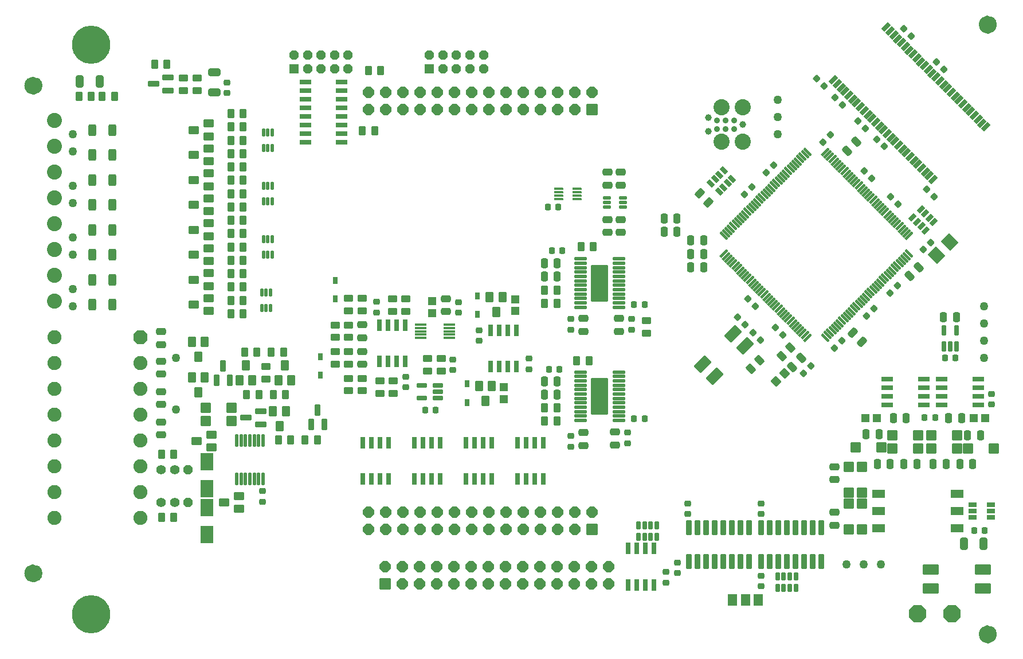
<source format=gbr>
%TF.GenerationSoftware,KiCad,Pcbnew,7.0.10-7.0.10~ubuntu22.04.1*%
%TF.CreationDate,2024-01-19T15:41:50+01:00*%
%TF.ProjectId,EEZ DIB MIO168,45455a20-4449-4422-904d-494f3136382e,r3B1*%
%TF.SameCoordinates,Original*%
%TF.FileFunction,Soldermask,Top*%
%TF.FilePolarity,Negative*%
%FSLAX46Y46*%
G04 Gerber Fmt 4.6, Leading zero omitted, Abs format (unit mm)*
G04 Created by KiCad (PCBNEW 7.0.10-7.0.10~ubuntu22.04.1) date 2024-01-19 15:41:50*
%MOMM*%
%LPD*%
G01*
G04 APERTURE LIST*
G04 Aperture macros list*
%AMRoundRect*
0 Rectangle with rounded corners*
0 $1 Rounding radius*
0 $2 $3 $4 $5 $6 $7 $8 $9 X,Y pos of 4 corners*
0 Add a 4 corners polygon primitive as box body*
4,1,4,$2,$3,$4,$5,$6,$7,$8,$9,$2,$3,0*
0 Add four circle primitives for the rounded corners*
1,1,$1+$1,$2,$3*
1,1,$1+$1,$4,$5*
1,1,$1+$1,$6,$7*
1,1,$1+$1,$8,$9*
0 Add four rect primitives between the rounded corners*
20,1,$1+$1,$2,$3,$4,$5,0*
20,1,$1+$1,$4,$5,$6,$7,0*
20,1,$1+$1,$6,$7,$8,$9,0*
20,1,$1+$1,$8,$9,$2,$3,0*%
%AMFreePoly0*
4,1,25,0.546036,1.258373,0.550938,1.253882,1.253882,0.550938,1.275910,0.503697,1.276200,0.497056,1.276200,-0.497056,1.258373,-0.546036,1.253882,-0.550938,0.550938,-1.253882,0.503697,-1.275910,0.497056,-1.276200,-0.497056,-1.276200,-0.546036,-1.258373,-0.550938,-1.253882,-1.253882,-0.550938,-1.275910,-0.503697,-1.276200,-0.497056,-1.276200,0.497056,-1.258373,0.546036,-1.253882,0.550938,
-0.550938,1.253882,-0.503697,1.275910,-0.497056,1.276200,0.497056,1.276200,0.546036,1.258373,0.546036,1.258373,$1*%
%AMFreePoly1*
4,1,25,0.359640,0.808373,0.364542,0.803882,0.803882,0.364542,0.825910,0.317301,0.826200,0.310660,0.826200,-0.310660,0.808373,-0.359640,0.803882,-0.364542,0.364542,-0.803882,0.317301,-0.825910,0.310660,-0.826200,-0.310660,-0.826200,-0.359640,-0.808373,-0.364542,-0.803882,-0.803882,-0.364542,-0.825910,-0.317301,-0.826200,-0.310660,-0.826200,0.310660,-0.808373,0.359640,-0.803882,0.364542,
-0.364542,0.803882,-0.317301,0.825910,-0.310660,0.826200,0.310660,0.826200,0.359640,0.808373,0.359640,0.808373,$1*%
%AMFreePoly2*
4,1,25,0.297508,0.658373,0.302410,0.653882,0.653882,0.302410,0.675910,0.255169,0.676200,0.248528,0.676200,-0.248528,0.658373,-0.297508,0.653882,-0.302410,0.302410,-0.653882,0.255169,-0.675910,0.248528,-0.676200,-0.248528,-0.676200,-0.297508,-0.658373,-0.302410,-0.653882,-0.653882,-0.302410,-0.675910,-0.255169,-0.676200,-0.248528,-0.676200,0.248528,-0.658373,0.297508,-0.653882,0.302410,
-0.302410,0.653882,-0.255169,0.675910,-0.248528,0.676200,0.248528,0.676200,0.297508,0.658373,0.297508,0.658373,$1*%
%AMFreePoly3*
4,1,17,0.307927,0.679901,0.679901,0.307927,0.698500,0.263026,0.698500,-0.263026,0.679901,-0.307927,0.307927,-0.679901,0.263026,-0.698500,-0.263026,-0.698500,-0.307927,-0.679901,-0.679901,-0.307927,-0.698500,-0.263026,-0.698500,0.263026,-0.679901,0.307927,-0.307927,0.679901,-0.263026,0.698500,0.263026,0.698500,0.307927,0.679901,0.307927,0.679901,$1*%
%AMFreePoly4*
4,1,17,0.355561,0.794901,0.794901,0.355561,0.813500,0.310660,0.813500,-0.310660,0.794901,-0.355561,0.355561,-0.794901,0.310660,-0.813500,-0.310660,-0.813500,-0.355561,-0.794901,-0.794901,-0.355561,-0.813500,-0.310660,-0.813500,0.310660,-0.794901,0.355561,-0.355561,0.794901,-0.310660,0.813500,0.310660,0.813500,0.355561,0.794901,0.355561,0.794901,$1*%
%AMFreePoly5*
4,1,17,0.448759,1.019901,1.019901,0.448759,1.038500,0.403858,1.038500,-0.403858,1.019901,-0.448759,0.448759,-1.019901,0.403858,-1.038500,-0.403858,-1.038500,-0.448759,-1.019901,-1.019901,-0.448759,-1.038500,-0.403858,-1.038500,0.403858,-1.019901,0.448759,-0.448759,1.019901,-0.403858,1.038500,0.403858,1.038500,0.448759,1.019901,0.448759,1.019901,$1*%
G04 Aperture macros list end*
%ADD10C,1.327913*%
%ADD11C,1.270000*%
%ADD12RoundRect,0.250000X0.262500X0.450000X-0.262500X0.450000X-0.262500X-0.450000X0.262500X-0.450000X0*%
%ADD13RoundRect,0.061553X0.301947X-0.776947X0.301947X0.776947X-0.301947X0.776947X-0.301947X-0.776947X0*%
%ADD14RoundRect,0.066675X0.200025X-0.492125X0.200025X0.492125X-0.200025X0.492125X-0.200025X-0.492125X0*%
%ADD15FreePoly0,270.000000*%
%ADD16RoundRect,0.250000X-0.312500X-0.625000X0.312500X-0.625000X0.312500X0.625000X-0.312500X0.625000X0*%
%ADD17R,0.762000X1.092200*%
%ADD18RoundRect,0.225000X0.017678X-0.335876X0.335876X-0.017678X-0.017678X0.335876X-0.335876X0.017678X0*%
%ADD19C,2.227000*%
%ADD20RoundRect,0.250000X-0.250000X-0.475000X0.250000X-0.475000X0.250000X0.475000X-0.250000X0.475000X0*%
%ADD21RoundRect,0.057252X0.706248X-0.506248X0.706248X0.506248X-0.706248X0.506248X-0.706248X-0.506248X0*%
%ADD22RoundRect,0.250000X0.450000X-0.262500X0.450000X0.262500X-0.450000X0.262500X-0.450000X-0.262500X0*%
%ADD23RoundRect,0.225000X-0.250000X0.225000X-0.250000X-0.225000X0.250000X-0.225000X0.250000X0.225000X0*%
%ADD24RoundRect,0.061553X0.776947X0.301947X-0.776947X0.301947X-0.776947X-0.301947X0.776947X-0.301947X0*%
%ADD25RoundRect,0.250000X0.250000X0.475000X-0.250000X0.475000X-0.250000X-0.475000X0.250000X-0.475000X0*%
%ADD26RoundRect,0.071581X0.753919X0.322119X-0.753919X0.322119X-0.753919X-0.322119X0.753919X-0.322119X0*%
%ADD27RoundRect,0.055408X-0.708092X-0.708092X0.708092X-0.708092X0.708092X0.708092X-0.708092X0.708092X0*%
%ADD28RoundRect,0.066675X0.492125X0.200025X-0.492125X0.200025X-0.492125X-0.200025X0.492125X-0.200025X0*%
%ADD29RoundRect,0.250000X-0.262500X-0.450000X0.262500X-0.450000X0.262500X0.450000X-0.262500X0.450000X0*%
%ADD30RoundRect,0.250000X-0.450000X0.262500X-0.450000X-0.262500X0.450000X-0.262500X0.450000X0.262500X0*%
%ADD31RoundRect,0.063703X-0.176777X0.530043X-0.530043X0.176777X0.176777X-0.530043X0.530043X-0.176777X0*%
%ADD32RoundRect,0.055408X0.708092X0.708092X-0.708092X0.708092X-0.708092X-0.708092X0.708092X-0.708092X0*%
%ADD33RoundRect,0.250000X-0.503814X-0.132583X-0.132583X-0.503814X0.503814X0.132583X0.132583X0.503814X0*%
%ADD34RoundRect,0.508000X0.000000X0.000000X0.000000X0.000000X0.000000X0.000000X0.000000X0.000000X0*%
%ADD35RoundRect,0.250000X0.475000X-0.250000X0.475000X0.250000X-0.475000X0.250000X-0.475000X-0.250000X0*%
%ADD36RoundRect,0.061553X0.501947X-0.301947X0.501947X0.301947X-0.501947X0.301947X-0.501947X-0.301947X0*%
%ADD37RoundRect,0.225000X0.250000X-0.225000X0.250000X0.225000X-0.250000X0.225000X-0.250000X-0.225000X0*%
%ADD38RoundRect,0.057252X0.506248X0.706248X-0.506248X0.706248X-0.506248X-0.706248X0.506248X-0.706248X0*%
%ADD39RoundRect,0.076200X-0.750000X-0.750000X0.750000X-0.750000X0.750000X0.750000X-0.750000X0.750000X0*%
%ADD40FreePoly1,0.000000*%
%ADD41RoundRect,0.250000X-0.475000X0.250000X-0.475000X-0.250000X0.475000X-0.250000X0.475000X0.250000X0*%
%ADD42RoundRect,0.063703X-0.600754X-0.247487X-0.247487X-0.600754X0.600754X0.247487X0.247487X0.600754X0*%
%ADD43RoundRect,0.063703X0.600754X0.247487X0.247487X0.600754X-0.600754X-0.247487X-0.247487X-0.600754X0*%
%ADD44RoundRect,0.250000X0.159099X-0.512652X0.512652X-0.159099X-0.159099X0.512652X-0.512652X0.159099X0*%
%ADD45RoundRect,0.225000X0.225000X0.250000X-0.225000X0.250000X-0.225000X-0.250000X0.225000X-0.250000X0*%
%ADD46RoundRect,0.250000X-0.512652X-0.159099X-0.159099X-0.512652X0.512652X0.159099X0.159099X0.512652X0*%
%ADD47RoundRect,0.250000X0.650000X-0.325000X0.650000X0.325000X-0.650000X0.325000X-0.650000X-0.325000X0*%
%ADD48RoundRect,0.225000X-0.017678X0.335876X-0.335876X0.017678X0.017678X-0.335876X0.335876X-0.017678X0*%
%ADD49RoundRect,0.055408X0.708092X-0.708092X0.708092X0.708092X-0.708092X0.708092X-0.708092X-0.708092X0*%
%ADD50RoundRect,0.055408X1.108092X0.708092X-1.108092X0.708092X-1.108092X-0.708092X1.108092X-0.708092X0*%
%ADD51RoundRect,0.225000X-0.335876X-0.017678X-0.017678X-0.335876X0.335876X0.017678X0.017678X0.335876X0*%
%ADD52RoundRect,0.076200X-0.600000X-0.600000X0.600000X-0.600000X0.600000X0.600000X-0.600000X0.600000X0*%
%ADD53FreePoly2,0.000000*%
%ADD54RoundRect,0.061553X-0.301947X0.776947X-0.301947X-0.776947X0.301947X-0.776947X0.301947X0.776947X0*%
%ADD55RoundRect,0.057252X0.906248X0.506248X-0.906248X0.506248X-0.906248X-0.506248X0.906248X-0.506248X0*%
%ADD56RoundRect,0.055408X-0.282843X-1.284236X1.284236X0.282843X0.282843X1.284236X-1.284236X-0.282843X0*%
%ADD57RoundRect,0.068943X0.832757X0.172357X-0.832757X0.172357X-0.832757X-0.172357X0.832757X-0.172357X0*%
%ADD58RoundRect,0.053474X1.216526X2.651626X-1.216526X2.651626X-1.216526X-2.651626X1.216526X-2.651626X0*%
%ADD59C,1.397000*%
%ADD60FreePoly3,90.000000*%
%ADD61RoundRect,0.054591X-0.859809X1.240809X-0.859809X-1.240809X0.859809X-1.240809X0.859809X1.240809X0*%
%ADD62RoundRect,0.225000X-0.225000X-0.250000X0.225000X-0.250000X0.225000X0.250000X-0.225000X0.250000X0*%
%ADD63RoundRect,0.063703X0.249797X0.499797X-0.249797X0.499797X-0.249797X-0.499797X0.249797X-0.499797X0*%
%ADD64RoundRect,0.055763X0.657737X0.757737X-0.657737X0.757737X-0.657737X-0.757737X0.657737X-0.757737X0*%
%ADD65RoundRect,0.032160X0.369840X-1.019840X0.369840X1.019840X-0.369840X1.019840X-0.369840X-1.019840X0*%
%ADD66RoundRect,0.057252X0.556248X-0.506248X0.556248X0.506248X-0.556248X0.506248X-0.556248X-0.506248X0*%
%ADD67RoundRect,0.225000X0.335876X0.017678X0.017678X0.335876X-0.335876X-0.017678X-0.017678X-0.335876X0*%
%ADD68RoundRect,0.054832X0.070711X-1.214340X1.214340X-0.070711X-0.070711X1.214340X-1.214340X0.070711X0*%
%ADD69RoundRect,0.057252X-0.556248X0.506248X-0.556248X-0.506248X0.556248X-0.506248X0.556248X0.506248X0*%
%ADD70C,5.652400*%
%ADD71RoundRect,0.250000X-0.325000X-0.650000X0.325000X-0.650000X0.325000X0.650000X-0.325000X0.650000X0*%
%ADD72RoundRect,0.071581X0.322119X-0.753919X0.322119X0.753919X-0.322119X0.753919X-0.322119X-0.753919X0*%
%ADD73RoundRect,0.076200X-0.774700X-0.114300X0.774700X-0.114300X0.774700X0.114300X-0.774700X0.114300X0*%
%ADD74RoundRect,0.063500X0.750000X0.750000X-0.750000X0.750000X-0.750000X-0.750000X0.750000X-0.750000X0*%
%ADD75FreePoly4,180.000000*%
%ADD76RoundRect,0.054591X0.859809X-1.240809X0.859809X1.240809X-0.859809X1.240809X-0.859809X-1.240809X0*%
%ADD77RoundRect,0.057252X0.506248X0.556248X-0.506248X0.556248X-0.506248X-0.556248X0.506248X-0.556248X0*%
%ADD78RoundRect,0.061383X-0.776817X-0.306917X0.776817X-0.306917X0.776817X0.306917X-0.776817X0.306917X0*%
%ADD79RoundRect,0.250000X0.325000X0.650000X-0.325000X0.650000X-0.325000X-0.650000X0.325000X-0.650000X0*%
%ADD80RoundRect,0.250000X-0.159099X0.512652X-0.512652X0.159099X0.159099X-0.512652X0.512652X-0.159099X0*%
%ADD81RoundRect,0.069233X-0.353553X-0.592933X0.592933X0.353553X0.353553X0.592933X-0.592933X-0.353553X0*%
%ADD82RoundRect,0.069233X0.592933X-0.353553X-0.353553X0.592933X-0.592933X0.353553X0.353553X-0.592933X0*%
%ADD83RoundRect,0.069233X0.353553X0.592933X-0.592933X-0.353553X-0.353553X-0.592933X0.592933X0.353553X0*%
%ADD84RoundRect,0.069233X-0.592933X0.353553X0.353553X-0.592933X0.592933X-0.353553X-0.353553X0.592933X0*%
%ADD85RoundRect,0.057252X-0.506248X-0.706248X0.506248X-0.706248X0.506248X0.706248X-0.506248X0.706248X0*%
%ADD86RoundRect,0.063703X0.530043X0.176777X0.176777X0.530043X-0.530043X-0.176777X-0.176777X-0.530043X0*%
%ADD87RoundRect,0.062345X0.280555X-0.661555X0.280555X0.661555X-0.280555X0.661555X-0.280555X-0.661555X0*%
%ADD88RoundRect,0.063703X-0.249797X-0.499797X0.249797X-0.499797X0.249797X0.499797X-0.249797X0.499797X0*%
%ADD89RoundRect,0.057252X-0.506248X-0.556248X0.506248X-0.556248X0.506248X0.556248X-0.506248X0.556248X0*%
%ADD90RoundRect,0.062345X0.661555X0.280555X-0.661555X0.280555X-0.661555X-0.280555X0.661555X-0.280555X0*%
%ADD91RoundRect,0.250000X-0.132583X0.503814X-0.503814X0.132583X0.132583X-0.503814X0.503814X-0.132583X0*%
%ADD92FreePoly5,180.000000*%
%ADD93C,2.077000*%
%ADD94RoundRect,0.057252X0.035355X-0.751298X0.751298X-0.035355X-0.035355X0.751298X-0.751298X0.035355X0*%
%ADD95RoundRect,0.068943X-0.172357X0.832757X-0.172357X-0.832757X0.172357X-0.832757X0.172357X0.832757X0*%
%ADD96C,2.387600*%
%ADD97C,0.990600*%
%ADD98RoundRect,0.457200X0.000000X0.000000X0.000000X0.000000X0.000000X0.000000X0.000000X0.000000X0*%
%ADD99RoundRect,0.250000X0.132583X-0.503814X0.503814X-0.132583X-0.132583X0.503814X-0.503814X0.132583X0*%
%ADD100RoundRect,0.076200X0.571500X0.114300X-0.571500X0.114300X-0.571500X-0.114300X0.571500X-0.114300X0*%
G04 APERTURE END LIST*
%TO.C,FM4*%
D10*
X219663956Y-150000000D02*
G75*
G03*
X218336044Y-150000000I-663956J0D01*
G01*
X218336044Y-150000000D02*
G75*
G03*
X219663956Y-150000000I663956J0D01*
G01*
%TO.C,FM3*%
X219663956Y-60000000D02*
G75*
G03*
X218336044Y-60000000I-663956J0D01*
G01*
X218336044Y-60000000D02*
G75*
G03*
X219663956Y-60000000I663956J0D01*
G01*
%TO.C,FM2*%
X78663956Y-141000000D02*
G75*
G03*
X77336044Y-141000000I-663956J0D01*
G01*
X77336044Y-141000000D02*
G75*
G03*
X78663956Y-141000000I663956J0D01*
G01*
%TO.C,FM1*%
X78663956Y-69000000D02*
G75*
G03*
X77336044Y-69000000I-663956J0D01*
G01*
X77336044Y-69000000D02*
G75*
G03*
X78663956Y-69000000I663956J0D01*
G01*
%TD*%
D11*
%TO.C,TP12*%
X99060000Y-116840000D03*
%TD*%
%TO.C,TP11*%
X99060000Y-109220000D03*
%TD*%
%TO.C,TP20*%
X83820000Y-101600000D03*
%TD*%
%TO.C,TP19*%
X83820000Y-99060000D03*
%TD*%
%TO.C,TP18*%
X83820000Y-93980000D03*
%TD*%
%TO.C,TP17*%
X83820000Y-91440000D03*
%TD*%
%TO.C,TP16*%
X83820000Y-86360000D03*
%TD*%
%TO.C,TP15*%
X83820000Y-83820000D03*
%TD*%
%TO.C,TP14*%
X83820000Y-78740000D03*
%TD*%
%TO.C,TP13*%
X83820000Y-76200000D03*
%TD*%
%TO.C,TP3*%
X203200000Y-139700000D03*
%TD*%
%TO.C,TP10*%
X187960000Y-76200000D03*
%TD*%
%TO.C,TP9*%
X187960000Y-73660000D03*
%TD*%
%TO.C,TP8*%
X187960000Y-71120000D03*
%TD*%
%TO.C,TP1*%
X198120000Y-139700000D03*
%TD*%
%TO.C,TP2*%
X200660000Y-139700000D03*
%TD*%
%TO.C,TP4*%
X218440000Y-101600000D03*
%TD*%
%TO.C,TP6*%
X218440000Y-106680000D03*
%TD*%
%TO.C,TP5*%
X218440000Y-104140000D03*
%TD*%
D12*
%TO.C,R2*%
X86574000Y-70548500D03*
X84749000Y-70548500D03*
%TD*%
%TO.C,R1*%
X90003000Y-70548500D03*
X88178000Y-70548500D03*
%TD*%
D13*
%TO.C,IC17*%
X134244000Y-127096500D03*
X135514000Y-127096500D03*
X136784000Y-127096500D03*
X138054000Y-127096500D03*
X138054000Y-121696500D03*
X136784000Y-121696500D03*
X135514000Y-121696500D03*
X134244000Y-121696500D03*
%TD*%
D14*
%TO.C,Q1*%
X111998600Y-78234000D03*
X112648600Y-78234000D03*
X113298600Y-78234000D03*
X113298600Y-75897200D03*
X112648600Y-75897200D03*
X111998600Y-75897200D03*
%TD*%
D12*
%TO.C,R8*%
X160106600Y-109577600D03*
X158281600Y-109577600D03*
%TD*%
D15*
%TO.C,J1*%
X213677100Y-146915600D03*
X208597100Y-146915600D03*
%TD*%
D16*
%TO.C,R34*%
X86739000Y-97663000D03*
X89664000Y-97663000D03*
%TD*%
D12*
%TO.C,R60*%
X119974600Y-121261600D03*
X118149600Y-121261600D03*
%TD*%
D17*
%TO.C,TVS1*%
X143637000Y-100027200D03*
X143637000Y-102745000D03*
%TD*%
D12*
%TO.C,R47*%
X108989100Y-96750600D03*
X107164100Y-96750600D03*
%TD*%
D18*
%TO.C,C36*%
X209446092Y-93234608D03*
X210542108Y-92138592D03*
%TD*%
D19*
%TO.C,X4*%
X81100000Y-100835000D03*
X81100000Y-97025000D03*
X81100000Y-93215000D03*
X81100000Y-89405000D03*
X81100000Y-85595000D03*
X81100000Y-81785000D03*
X81100000Y-77975000D03*
X81100000Y-74165000D03*
%TD*%
D20*
%TO.C,C9*%
X210949100Y-124881100D03*
X212849100Y-124881100D03*
%TD*%
D21*
%TO.C,D20*%
X103906100Y-94906600D03*
X103906100Y-93006600D03*
X101706100Y-93956600D03*
%TD*%
D22*
%TO.C,R16*%
X133032100Y-102298600D03*
X133032100Y-100473600D03*
%TD*%
D23*
%TO.C,C20*%
X173164100Y-139409600D03*
X173164100Y-140959600D03*
%TD*%
D12*
%TO.C,R45*%
X108989100Y-92813600D03*
X107164100Y-92813600D03*
%TD*%
D24*
%TO.C,IC4*%
X217583600Y-116176600D03*
X217583600Y-114906600D03*
X217583600Y-113636600D03*
X217583600Y-112366600D03*
X212183600Y-112366600D03*
X212183600Y-113636600D03*
X212183600Y-114906600D03*
X212183600Y-116176600D03*
%TD*%
D25*
%TO.C,C87*%
X177035100Y-91861100D03*
X175135100Y-91861100D03*
%TD*%
D26*
%TO.C,Q10*%
X111569100Y-118988300D03*
X111569100Y-117057900D03*
X109410100Y-118023100D03*
%TD*%
D23*
%TO.C,C56*%
X165798100Y-120219900D03*
X165798100Y-121769900D03*
%TD*%
D27*
%TO.C,D5*%
X208719500Y-122555000D03*
X204919500Y-122555000D03*
%TD*%
D21*
%TO.C,D17*%
X103906100Y-83857600D03*
X103906100Y-81957600D03*
X101706100Y-82907600D03*
%TD*%
D28*
%TO.C,Q5*%
X165086900Y-86897700D03*
X165086900Y-86247700D03*
X165086900Y-85597700D03*
X162750100Y-85597700D03*
X162750100Y-86247700D03*
X162750100Y-86897700D03*
%TD*%
D12*
%TO.C,R49*%
X108989100Y-100687600D03*
X107164100Y-100687600D03*
%TD*%
D29*
%TO.C,R38*%
X107164100Y-79034100D03*
X108989100Y-79034100D03*
%TD*%
%TO.C,R44*%
X107164100Y-90845100D03*
X108989100Y-90845100D03*
%TD*%
D30*
%TO.C,R56*%
X112343800Y-110506600D03*
X112343800Y-112331600D03*
%TD*%
D23*
%TO.C,C58*%
X157416100Y-103468600D03*
X157416100Y-105018600D03*
%TD*%
D25*
%TO.C,C7*%
X208531100Y-124817600D03*
X206631100Y-124817600D03*
%TD*%
D31*
%TO.C,RN4*%
X179994653Y-81542465D03*
X179358257Y-82178861D03*
X178721861Y-82815257D03*
X178085465Y-83451653D03*
X179287547Y-84653735D03*
X179923943Y-84017339D03*
X180560339Y-83380943D03*
X181196735Y-82744547D03*
%TD*%
D32*
%TO.C,D8*%
X210634100Y-122555000D03*
X214434100Y-122555000D03*
%TD*%
D16*
%TO.C,R32*%
X86739000Y-82931000D03*
X89664000Y-82931000D03*
%TD*%
D33*
%TO.C,R4*%
X176455865Y-84929365D03*
X177746335Y-86219835D03*
%TD*%
D16*
%TO.C,R27*%
X86739000Y-79248000D03*
X89664000Y-79248000D03*
%TD*%
D34*
%TO.C,FM4*%
X219000000Y-150000000D03*
%TD*%
D35*
%TO.C,C4*%
X196341600Y-127164600D03*
X196341600Y-125264600D03*
%TD*%
D36*
%TO.C,IC1*%
X216747100Y-130852600D03*
X216747100Y-131802600D03*
X216747100Y-132752596D03*
X219497100Y-132752596D03*
X219497100Y-131802600D03*
X219497100Y-130852600D03*
%TD*%
D35*
%TO.C,C68*%
X96837100Y-107225600D03*
X96837100Y-105325600D03*
%TD*%
D25*
%TO.C,C89*%
X173098100Y-88622600D03*
X171198100Y-88622600D03*
%TD*%
D35*
%TO.C,C62*%
X159258000Y-105280500D03*
X159258000Y-103380500D03*
%TD*%
D37*
%TO.C,C70*%
X139954000Y-110987600D03*
X139954000Y-109437600D03*
%TD*%
D38*
%TO.C,D11*%
X147317100Y-100222600D03*
X145417100Y-100222600D03*
X146367100Y-102422600D03*
%TD*%
D39*
%TO.C,X1*%
X129980000Y-142540000D03*
D40*
X129980000Y-140000000D03*
X132520000Y-142540000D03*
X132520000Y-140000000D03*
X135060000Y-142540000D03*
X135060000Y-140000000D03*
X137600000Y-142540000D03*
X137600000Y-140000000D03*
X140140000Y-142540000D03*
X140140000Y-140000000D03*
X142680000Y-142540000D03*
X142680000Y-140000000D03*
X145220000Y-142540000D03*
X145220000Y-140000000D03*
X147760000Y-142540000D03*
X147760000Y-140000000D03*
X150300000Y-142540000D03*
X150300000Y-140000000D03*
X152840000Y-142540000D03*
X152840000Y-140000000D03*
X155380000Y-142540000D03*
X155380000Y-140000000D03*
X157920000Y-142540000D03*
X157920000Y-140000000D03*
X160460000Y-142540000D03*
X160460000Y-140000000D03*
X163000000Y-142540000D03*
X163000000Y-140000000D03*
%TD*%
D34*
%TO.C,FM3*%
X219000000Y-60000000D03*
%TD*%
D41*
%TO.C,C71*%
X138937600Y-100436100D03*
X138937600Y-102336100D03*
%TD*%
D29*
%TO.C,R57*%
X109196100Y-108307600D03*
X111021100Y-108307600D03*
%TD*%
D37*
%TO.C,C69*%
X140779100Y-102542100D03*
X140779100Y-100992100D03*
%TD*%
D23*
%TO.C,C21*%
X174688100Y-130710100D03*
X174688100Y-132260100D03*
%TD*%
D42*
%TO.C,IC10*%
X196209947Y-68164732D03*
X196775632Y-68730418D03*
X197341317Y-69296103D03*
X197907003Y-69861789D03*
X198472688Y-70427474D03*
X199038374Y-70993160D03*
X199604059Y-71558845D03*
X200169745Y-72124530D03*
X200735430Y-72690216D03*
X201301115Y-73255901D03*
X201866801Y-73821587D03*
X202432486Y-74387272D03*
X202998172Y-74952958D03*
X203563857Y-75518643D03*
X204129542Y-76084328D03*
X204695228Y-76650014D03*
X205260913Y-77215699D03*
X205826599Y-77781385D03*
X206392284Y-78347070D03*
X206957970Y-78912755D03*
X207523655Y-79478441D03*
X208089340Y-80044126D03*
X208655026Y-80609812D03*
X209220711Y-81175497D03*
X209786397Y-81741183D03*
X210352082Y-82306868D03*
X210917768Y-82872553D03*
D43*
X218699053Y-75091268D03*
X218133368Y-74525582D03*
X217567683Y-73959897D03*
X217001997Y-73394211D03*
X216436312Y-72828526D03*
X215870626Y-72262840D03*
X215304941Y-71697155D03*
X214739255Y-71131470D03*
X214173570Y-70565784D03*
X213607885Y-70000099D03*
X213042199Y-69434413D03*
X212476514Y-68868728D03*
X211910828Y-68303042D03*
X211345143Y-67737357D03*
X210779458Y-67171672D03*
X210213772Y-66605986D03*
X209648087Y-66040301D03*
X209082401Y-65474615D03*
X208516716Y-64908930D03*
X207951030Y-64343245D03*
X207385345Y-63777559D03*
X206819660Y-63211874D03*
X206253974Y-62646188D03*
X205688289Y-62080503D03*
X205122603Y-61514817D03*
X204556918Y-60949132D03*
X203991232Y-60383447D03*
%TD*%
D29*
%TO.C,R12*%
X153519100Y-118531100D03*
X155344100Y-118531100D03*
%TD*%
D44*
%TO.C,C33*%
X207417749Y-97128251D03*
X208761251Y-95784749D03*
%TD*%
D20*
%TO.C,C11*%
X201043100Y-120436100D03*
X202943100Y-120436100D03*
%TD*%
D22*
%TO.C,R23*%
X126555100Y-102235100D03*
X126555100Y-100410100D03*
%TD*%
D16*
%TO.C,R28*%
X86739000Y-86614000D03*
X89664000Y-86614000D03*
%TD*%
D14*
%TO.C,Q2*%
X111998600Y-86108000D03*
X112648600Y-86108000D03*
X113298600Y-86108000D03*
X113298600Y-83771200D03*
X112648600Y-83771200D03*
X111998600Y-83771200D03*
%TD*%
D45*
%TO.C,C59*%
X155715000Y-110871000D03*
X154165000Y-110871000D03*
%TD*%
D35*
%TO.C,C54*%
X163957000Y-122044500D03*
X163957000Y-120144500D03*
%TD*%
D29*
%TO.C,R58*%
X114212600Y-121261600D03*
X116037600Y-121261600D03*
%TD*%
D46*
%TO.C,C90*%
X199035349Y-105476849D03*
X200378851Y-106820351D03*
%TD*%
D47*
%TO.C,C83*%
X104711500Y-69991500D03*
X104711500Y-67041500D03*
%TD*%
D13*
%TO.C,IC20*%
X149484000Y-127096500D03*
X150754000Y-127096500D03*
X152024000Y-127096500D03*
X153294000Y-127096500D03*
X153294000Y-121696500D03*
X152024000Y-121696500D03*
X150754000Y-121696500D03*
X149484000Y-121696500D03*
%TD*%
D30*
%TO.C,R17*%
X124586600Y-112221100D03*
X124586600Y-114046100D03*
%TD*%
D48*
%TO.C,C24*%
X192851008Y-110375792D03*
X191754992Y-111471808D03*
%TD*%
D23*
%TO.C,C50*%
X133032100Y-111977600D03*
X133032100Y-113527600D03*
%TD*%
D35*
%TO.C,C67*%
X96837100Y-111607100D03*
X96837100Y-109707100D03*
%TD*%
D21*
%TO.C,D16*%
X103906100Y-80174600D03*
X103906100Y-78274600D03*
X101706100Y-79224600D03*
%TD*%
D49*
%TO.C,D3*%
X200405600Y-130728100D03*
X200405600Y-134528100D03*
%TD*%
D25*
%TO.C,C13*%
X206943600Y-118086600D03*
X205043600Y-118086600D03*
%TD*%
D12*
%TO.C,R64*%
X128420100Y-75630500D03*
X126595100Y-75630500D03*
%TD*%
D50*
%TO.C,L1*%
X210589100Y-140465600D03*
X210589100Y-143205600D03*
X218289100Y-143205600D03*
X218289100Y-140465600D03*
%TD*%
D23*
%TO.C,C18*%
X171449600Y-140806600D03*
X171449600Y-142356600D03*
%TD*%
D16*
%TO.C,R30*%
X86739000Y-101346000D03*
X89664000Y-101346000D03*
%TD*%
D18*
%TO.C,C38*%
X186268592Y-81868108D03*
X187364608Y-80772092D03*
%TD*%
D21*
%TO.C,D19*%
X103906100Y-91223600D03*
X103906100Y-89323600D03*
X101706100Y-90273600D03*
%TD*%
D20*
%TO.C,C15*%
X212473500Y-103187500D03*
X214373500Y-103187500D03*
%TD*%
%TO.C,C65*%
X153481600Y-97195100D03*
X155381600Y-97195100D03*
%TD*%
D35*
%TO.C,C64*%
X159258000Y-122108000D03*
X159258000Y-120208000D03*
%TD*%
D23*
%TO.C,C55*%
X166369600Y-103468600D03*
X166369600Y-105018600D03*
%TD*%
D51*
%TO.C,C43*%
X196405500Y-70739000D03*
X197501516Y-71835016D03*
%TD*%
D29*
%TO.C,R10*%
X153519100Y-101132100D03*
X155344100Y-101132100D03*
%TD*%
D24*
%TO.C,IC3*%
X209519100Y-116113100D03*
X209519100Y-114843100D03*
X209519100Y-113573100D03*
X209519100Y-112303100D03*
X204119100Y-112303100D03*
X204119100Y-113573100D03*
X204119100Y-114843100D03*
X204119100Y-116113100D03*
%TD*%
D52*
%TO.C,X7*%
X136500000Y-66500000D03*
D53*
X136500000Y-64500000D03*
X138500000Y-66500000D03*
X138500000Y-64500000D03*
X140500000Y-66500000D03*
X140500000Y-64500000D03*
X142500000Y-66500000D03*
X142500000Y-64500000D03*
X144500000Y-66500000D03*
X144500000Y-64500000D03*
%TD*%
D30*
%TO.C,R25*%
X124586600Y-100410100D03*
X124586600Y-102235100D03*
%TD*%
D12*
%TO.C,R35*%
X108989100Y-73128600D03*
X107164100Y-73128600D03*
%TD*%
D29*
%TO.C,R42*%
X107164100Y-86908100D03*
X108989100Y-86908100D03*
%TD*%
D54*
%TO.C,IC5*%
X169666600Y-137332200D03*
X168396600Y-137332200D03*
X167126600Y-137332200D03*
X165856600Y-137332200D03*
X165856600Y-142732200D03*
X167126600Y-142732200D03*
X168396600Y-142732200D03*
X169666600Y-142732200D03*
%TD*%
D55*
%TO.C,TR1*%
X214460600Y-134342600D03*
X214460600Y-131802600D03*
X214460600Y-129262600D03*
X202860600Y-129262600D03*
X202860600Y-131802600D03*
X202860600Y-134342600D03*
%TD*%
D30*
%TO.C,R13*%
X138239100Y-109300100D03*
X138239100Y-111125100D03*
%TD*%
D32*
%TO.C,D26*%
X103446100Y-118531100D03*
X107246100Y-118531100D03*
%TD*%
D25*
%TO.C,C85*%
X177035100Y-95798100D03*
X175135100Y-95798100D03*
%TD*%
D30*
%TO.C,R26*%
X122618100Y-108284100D03*
X122618100Y-110109100D03*
%TD*%
D35*
%TO.C,C76*%
X96837100Y-120560600D03*
X96837100Y-118660600D03*
%TD*%
D16*
%TO.C,R31*%
X86739000Y-75565000D03*
X89664000Y-75565000D03*
%TD*%
D56*
%TO.C,Y1*%
X178678597Y-111863370D03*
X183126299Y-107415668D03*
X181365603Y-105640830D03*
X176910830Y-110095603D03*
%TD*%
D57*
%TO.C,IC13*%
X164490000Y-118423100D03*
X164490000Y-117773100D03*
X164490000Y-117123103D03*
X164490000Y-116473100D03*
X164490000Y-115823103D03*
X164490000Y-115173100D03*
X164490000Y-114523104D03*
X164490000Y-113873100D03*
X164490000Y-113223104D03*
X164490000Y-112573100D03*
X164490000Y-111923104D03*
X164490000Y-111273100D03*
X158851200Y-111273100D03*
X158851200Y-111923100D03*
X158851200Y-112573100D03*
X158851200Y-113223100D03*
X158851200Y-113873100D03*
X158851200Y-114523100D03*
X158851200Y-115173096D03*
X158851200Y-115823100D03*
X158851200Y-116473096D03*
X158851200Y-117123100D03*
X158851200Y-117773096D03*
X158851200Y-118423100D03*
D58*
X161670600Y-114848100D03*
%TD*%
D12*
%TO.C,R39*%
X108989100Y-81002600D03*
X107164100Y-81002600D03*
%TD*%
D59*
%TO.C,JP3*%
X96869100Y-130532600D03*
X98869100Y-130532600D03*
D60*
X100869100Y-130532600D03*
%TD*%
D61*
%TO.C,ZD2*%
X103631600Y-135267700D03*
X103631600Y-131305300D03*
%TD*%
D45*
%TO.C,C2*%
X218516500Y-134683500D03*
X216966500Y-134683500D03*
%TD*%
%TO.C,C39*%
X155524500Y-86931500D03*
X153974500Y-86931500D03*
%TD*%
D32*
%TO.C,D6*%
X204919100Y-120626600D03*
X208719100Y-120626600D03*
%TD*%
D51*
%TO.C,C48*%
X211414992Y-65491992D03*
X212511008Y-66588008D03*
%TD*%
D13*
%TO.C,IC18*%
X141864000Y-127096500D03*
X143134000Y-127096500D03*
X144404000Y-127096500D03*
X145674000Y-127096500D03*
X145674000Y-121696500D03*
X144404000Y-121696500D03*
X143134000Y-121696500D03*
X141864000Y-121696500D03*
%TD*%
D30*
%TO.C,R20*%
X129222100Y-112602100D03*
X129222100Y-114427100D03*
%TD*%
D22*
%TO.C,R6*%
X168592100Y-105537100D03*
X168592100Y-103712100D03*
%TD*%
D17*
%TO.C,TVS2*%
X142049500Y-113044700D03*
X142049500Y-115762500D03*
%TD*%
D45*
%TO.C,C57*%
X156159100Y-93385100D03*
X154609100Y-93385100D03*
%TD*%
D35*
%TO.C,C75*%
X96837100Y-116052100D03*
X96837100Y-114152100D03*
%TD*%
D27*
%TO.C,D25*%
X107246100Y-116586000D03*
X103446100Y-116586000D03*
%TD*%
D62*
%TO.C,C51*%
X166737600Y-101322600D03*
X168287600Y-101322600D03*
%TD*%
D21*
%TO.C,D18*%
X103906100Y-87540600D03*
X103906100Y-85640600D03*
X101706100Y-86590600D03*
%TD*%
D63*
%TO.C,RN1*%
X190643100Y-141430100D03*
X189743100Y-141430100D03*
X188843100Y-141430100D03*
X187943100Y-141430100D03*
X187943100Y-143130100D03*
X188843100Y-143130100D03*
X189743100Y-143130100D03*
X190643100Y-143130100D03*
%TD*%
D51*
%TO.C,C40*%
X182077592Y-103187592D03*
X183173608Y-104283608D03*
%TD*%
D64*
%TO.C,JP1*%
X183202500Y-144907000D03*
X181302500Y-144907000D03*
X185102500Y-144907000D03*
%TD*%
D21*
%TO.C,D15*%
X103906100Y-76491600D03*
X103906100Y-74591600D03*
X101706100Y-75541600D03*
%TD*%
D20*
%TO.C,C61*%
X153481600Y-95226600D03*
X155381600Y-95226600D03*
%TD*%
D65*
%TO.C,IC6*%
X185483100Y-139215600D03*
X186753100Y-139215600D03*
X188023100Y-139215600D03*
X189293100Y-139215600D03*
X190563100Y-139215600D03*
X191833100Y-139215600D03*
X193103100Y-139215600D03*
X194373100Y-139215600D03*
X194373100Y-134295600D03*
X193103100Y-134295600D03*
X191833100Y-134295600D03*
X190563100Y-134295600D03*
X189293100Y-134295600D03*
X188023100Y-134295600D03*
X186753100Y-134295600D03*
X185483100Y-134295600D03*
%TD*%
D30*
%TO.C,R21*%
X124586600Y-104359800D03*
X124586600Y-106184800D03*
%TD*%
D37*
%TO.C,C49*%
X128714100Y-102478600D03*
X128714100Y-100928600D03*
%TD*%
D25*
%TO.C,C12*%
X217929500Y-120586500D03*
X216029500Y-120586500D03*
%TD*%
D62*
%TO.C,C72*%
X135876600Y-116880100D03*
X137426600Y-116880100D03*
%TD*%
D17*
%TO.C,TVS4*%
X120421000Y-111711200D03*
X120421000Y-108993400D03*
%TD*%
D66*
%TO.C,L7*%
X136905600Y-102553600D03*
X136905600Y-100853600D03*
%TD*%
D16*
%TO.C,R29*%
X86739000Y-93980000D03*
X89664000Y-93980000D03*
%TD*%
D22*
%TO.C,R52*%
X100202600Y-69723100D03*
X100202600Y-67898100D03*
%TD*%
D51*
%TO.C,C37*%
X200746592Y-81597592D03*
X201842608Y-82693608D03*
%TD*%
D34*
%TO.C,FM2*%
X78000000Y-141000000D03*
%TD*%
D67*
%TO.C,C25*%
X184698008Y-101576508D03*
X183601992Y-100480492D03*
%TD*%
D68*
%TO.C,C32*%
X211417151Y-94057549D03*
X213397049Y-92077651D03*
%TD*%
D29*
%TO.C,R46*%
X107164100Y-94782100D03*
X108989100Y-94782100D03*
%TD*%
D12*
%TO.C,R7*%
X160741600Y-92750100D03*
X158916600Y-92750100D03*
%TD*%
D13*
%TO.C,IC19*%
X129100100Y-109737600D03*
X130370100Y-109737600D03*
X131640100Y-109737600D03*
X132910100Y-109737600D03*
X132910100Y-104337600D03*
X131640100Y-104337600D03*
X130370100Y-104337600D03*
X129100100Y-104337600D03*
%TD*%
D62*
%TO.C,C10*%
X212648500Y-109220000D03*
X214198500Y-109220000D03*
%TD*%
D38*
%TO.C,D12*%
X145729600Y-113303600D03*
X143829600Y-113303600D03*
X144779600Y-115503600D03*
%TD*%
D67*
%TO.C,C41*%
X185459608Y-106569608D03*
X184363592Y-105473592D03*
%TD*%
D22*
%TO.C,R19*%
X131063600Y-102298600D03*
X131063600Y-100473600D03*
%TD*%
D57*
%TO.C,IC12*%
X164490000Y-101722600D03*
X164490000Y-101072600D03*
X164490000Y-100422603D03*
X164490000Y-99772600D03*
X164490000Y-99122603D03*
X164490000Y-98472600D03*
X164490000Y-97822604D03*
X164490000Y-97172600D03*
X164490000Y-96522604D03*
X164490000Y-95872600D03*
X164490000Y-95222604D03*
X164490000Y-94572600D03*
X158851200Y-94572600D03*
X158851200Y-95222600D03*
X158851200Y-95872600D03*
X158851200Y-96522600D03*
X158851200Y-97172600D03*
X158851200Y-97822600D03*
X158851200Y-98472596D03*
X158851200Y-99122600D03*
X158851200Y-99772596D03*
X158851200Y-100422600D03*
X158851200Y-101072596D03*
X158851200Y-101722600D03*
D58*
X161670600Y-98147600D03*
%TD*%
D69*
%TO.C,L6*%
X147510100Y-113553600D03*
X147510100Y-115253600D03*
%TD*%
D32*
%TO.C,D7*%
X216095500Y-122555000D03*
X219895500Y-122555000D03*
%TD*%
D70*
%TO.C,KK1*%
X86500000Y-63000000D03*
%TD*%
D12*
%TO.C,R63*%
X129296400Y-66753200D03*
X127471400Y-66753200D03*
%TD*%
D59*
%TO.C,JP2*%
X96869100Y-125706600D03*
X98869100Y-125706600D03*
D60*
X100869100Y-125706600D03*
%TD*%
D41*
%TO.C,C82*%
X162839000Y-81805200D03*
X162839000Y-83705200D03*
%TD*%
D25*
%TO.C,C14*%
X215135100Y-118086600D03*
X213235100Y-118086600D03*
%TD*%
D22*
%TO.C,R18*%
X131190600Y-114427100D03*
X131190600Y-112602100D03*
%TD*%
D52*
%TO.C,X5*%
X116500000Y-66500000D03*
D53*
X116500000Y-64500000D03*
X118500000Y-66500000D03*
X118500000Y-64500000D03*
X120500000Y-66500000D03*
X120500000Y-64500000D03*
X122500000Y-66500000D03*
X122500000Y-64500000D03*
X124500000Y-66500000D03*
X124500000Y-64500000D03*
%TD*%
D37*
%TO.C,C81*%
X106616500Y-70117000D03*
X106616500Y-68567000D03*
%TD*%
%TO.C,C77*%
X151193100Y-110860600D03*
X151193100Y-109310600D03*
%TD*%
D71*
%TO.C,C3*%
X215441000Y-136588500D03*
X218391000Y-136588500D03*
%TD*%
D72*
%TO.C,Q9*%
X105066700Y-112498600D03*
X106997100Y-112498600D03*
X106031900Y-110339600D03*
%TD*%
D35*
%TO.C,C73*%
X126555100Y-106209600D03*
X126555100Y-104309600D03*
%TD*%
D73*
%TO.C,IC15*%
X135254600Y-104259600D03*
X135254600Y-104759600D03*
X135254600Y-105259600D03*
X135254600Y-105759600D03*
X135254600Y-106259600D03*
X139445600Y-106259600D03*
X139445600Y-105759600D03*
X139445600Y-105259600D03*
X139445600Y-104759600D03*
X139445600Y-104259600D03*
%TD*%
D62*
%TO.C,C52*%
X166737600Y-118150100D03*
X168287600Y-118150100D03*
%TD*%
D74*
%TO.C,X8*%
X160520000Y-134500000D03*
D75*
X160520000Y-131960000D03*
X157980000Y-134500000D03*
X157980000Y-131960000D03*
X155440000Y-134500000D03*
X155440000Y-131960000D03*
X152900000Y-134500000D03*
X152900000Y-131960000D03*
X150360000Y-134500000D03*
X150360000Y-131960000D03*
X147820000Y-134500000D03*
X147820000Y-131960000D03*
X145280000Y-134500000D03*
X145280000Y-131960000D03*
X142740000Y-134500000D03*
X142740000Y-131960000D03*
X140200000Y-134500000D03*
X140200000Y-131960000D03*
X137660000Y-134500000D03*
X137660000Y-131960000D03*
X135120000Y-134500000D03*
X135120000Y-131960000D03*
X132580000Y-134500000D03*
X132580000Y-131960000D03*
X130040000Y-134500000D03*
X130040000Y-131960000D03*
X127500000Y-134500000D03*
X127500000Y-131960000D03*
%TD*%
D76*
%TO.C,ZD1*%
X103631600Y-124550900D03*
X103631600Y-128513300D03*
%TD*%
D29*
%TO.C,R48*%
X107164100Y-98719100D03*
X108989100Y-98719100D03*
%TD*%
%TO.C,R40*%
X107164100Y-82971100D03*
X108989100Y-82971100D03*
%TD*%
D77*
%TO.C,L3*%
X218654600Y-118086600D03*
X216954600Y-118086600D03*
%TD*%
D12*
%TO.C,R53*%
X97749600Y-65826100D03*
X95924600Y-65826100D03*
%TD*%
D49*
%TO.C,D4*%
X200405600Y-125267100D03*
X200405600Y-129067100D03*
%TD*%
D12*
%TO.C,R54*%
X111338600Y-114594100D03*
X109513600Y-114594100D03*
%TD*%
D18*
%TO.C,C29*%
X194650992Y-77383008D03*
X195747008Y-76286992D03*
%TD*%
D35*
%TO.C,C74*%
X126555100Y-110159300D03*
X126555100Y-108259300D03*
%TD*%
D22*
%TO.C,R15*%
X122618100Y-106184800D03*
X122618100Y-104359800D03*
%TD*%
D29*
%TO.C,R61*%
X96940600Y-123420600D03*
X98765600Y-123420600D03*
%TD*%
%TO.C,R36*%
X107164100Y-75097100D03*
X108989100Y-75097100D03*
%TD*%
D49*
%TO.C,D1*%
X198437100Y-130728100D03*
X198437100Y-134528100D03*
%TD*%
D14*
%TO.C,Q4*%
X111744600Y-101856000D03*
X112394600Y-101856000D03*
X113044600Y-101856000D03*
X113044600Y-99519200D03*
X112394600Y-99519200D03*
X111744600Y-99519200D03*
%TD*%
D26*
%TO.C,IC21*%
X97916600Y-69712300D03*
X97916600Y-67781900D03*
X95757600Y-68747100D03*
%TD*%
D78*
%TO.C,IC23*%
X118173100Y-68480400D03*
X118173100Y-69750400D03*
X118173100Y-71020400D03*
X118173100Y-72290400D03*
X118173100Y-73560400D03*
X118173100Y-74830400D03*
X118173100Y-76100400D03*
X118173100Y-77370400D03*
X123557900Y-77370400D03*
X123557900Y-76100400D03*
X123557900Y-74830400D03*
X123557900Y-73560400D03*
X123557900Y-72290400D03*
X123557900Y-71020400D03*
X123557900Y-69750400D03*
X123557900Y-68480400D03*
%TD*%
D65*
%TO.C,IC7*%
X174878600Y-139215600D03*
X176148600Y-139215600D03*
X177418600Y-139215600D03*
X178688600Y-139215600D03*
X179958600Y-139215600D03*
X181228600Y-139215600D03*
X182498600Y-139215600D03*
X183768600Y-139215600D03*
X183768600Y-134295600D03*
X182498600Y-134295600D03*
X181228600Y-134295600D03*
X179958600Y-134295600D03*
X178688600Y-134295600D03*
X177418600Y-134295600D03*
X176148600Y-134295600D03*
X174878600Y-134295600D03*
%TD*%
D51*
%TO.C,C28*%
X204620092Y-85407592D03*
X205716108Y-86503608D03*
%TD*%
D29*
%TO.C,R11*%
X153519100Y-116562600D03*
X155344100Y-116562600D03*
%TD*%
D79*
%TO.C,C1*%
X87771500Y-68389500D03*
X84821500Y-68389500D03*
%TD*%
D80*
%TO.C,C31*%
X199553751Y-77306249D03*
X198210249Y-78649751D03*
%TD*%
D48*
%TO.C,C26*%
X197473808Y-106667392D03*
X196377792Y-107763408D03*
%TD*%
D37*
%TO.C,C91*%
X111823100Y-130405900D03*
X111823100Y-128855900D03*
%TD*%
D21*
%TO.C,D24*%
X108414600Y-131482600D03*
X108414600Y-129582600D03*
X106214600Y-130532600D03*
%TD*%
D51*
%TO.C,C34*%
X187640192Y-104724292D03*
X188736208Y-105820308D03*
%TD*%
D21*
%TO.C,D21*%
X103906100Y-98589600D03*
X103906100Y-96689600D03*
X101706100Y-97639600D03*
%TD*%
D23*
%TO.C,C19*%
X185483100Y-141378100D03*
X185483100Y-142928100D03*
%TD*%
D48*
%TO.C,C27*%
X205653008Y-98511992D03*
X204556992Y-99608008D03*
%TD*%
D81*
%TO.C,IC8*%
X179974406Y-93821925D03*
X180327960Y-94175479D03*
X180681513Y-94529032D03*
X181035066Y-94882585D03*
X181388620Y-95236139D03*
X181742173Y-95589692D03*
X182095726Y-95943246D03*
X182449280Y-96296799D03*
X182802833Y-96650352D03*
X183156387Y-97003906D03*
X183509940Y-97357459D03*
X183863493Y-97711013D03*
X184217047Y-98064566D03*
X184570600Y-98418119D03*
X184924154Y-98771673D03*
X185277707Y-99125226D03*
X185631260Y-99478779D03*
X185984814Y-99832333D03*
X186338367Y-100185886D03*
X186691921Y-100539440D03*
X187045474Y-100892993D03*
X187399027Y-101246546D03*
X187752581Y-101600100D03*
X188106134Y-101953653D03*
X188459687Y-102307207D03*
X188813241Y-102660760D03*
X189166794Y-103014313D03*
X189520348Y-103367867D03*
X189873901Y-103721420D03*
X190227454Y-104074974D03*
X190581008Y-104428527D03*
X190934561Y-104782080D03*
X191288115Y-105135634D03*
X191641668Y-105489187D03*
X191995221Y-105842740D03*
X192348775Y-106196294D03*
D82*
X195000425Y-106196294D03*
X195353979Y-105842740D03*
X195707532Y-105489187D03*
X196061085Y-105135634D03*
X196414639Y-104782080D03*
X196768192Y-104428527D03*
X197121746Y-104074974D03*
X197475299Y-103721420D03*
X197828852Y-103367867D03*
X198182406Y-103014313D03*
X198535959Y-102660760D03*
X198889513Y-102307207D03*
X199243066Y-101953653D03*
X199596619Y-101600100D03*
X199950173Y-101246546D03*
X200303726Y-100892993D03*
X200657279Y-100539440D03*
X201010833Y-100185886D03*
X201364386Y-99832333D03*
X201717940Y-99478779D03*
X202071493Y-99125226D03*
X202425046Y-98771673D03*
X202778600Y-98418119D03*
X203132153Y-98064566D03*
X203485707Y-97711013D03*
X203839260Y-97357459D03*
X204192813Y-97003906D03*
X204546367Y-96650352D03*
X204899920Y-96296799D03*
X205253474Y-95943246D03*
X205607027Y-95589692D03*
X205960580Y-95236139D03*
X206314134Y-94882585D03*
X206667687Y-94529032D03*
X207021240Y-94175479D03*
X207374794Y-93821925D03*
D83*
X207374794Y-91170275D03*
X207021240Y-90816721D03*
X206667687Y-90463168D03*
X206314134Y-90109615D03*
X205960580Y-89756061D03*
X205607027Y-89402508D03*
X205253474Y-89048954D03*
X204899920Y-88695401D03*
X204546367Y-88341848D03*
X204192813Y-87988294D03*
X203839260Y-87634741D03*
X203485707Y-87281187D03*
X203132153Y-86927634D03*
X202778600Y-86574081D03*
X202425046Y-86220527D03*
X202071493Y-85866974D03*
X201717940Y-85513421D03*
X201364386Y-85159867D03*
X201010833Y-84806314D03*
X200657279Y-84452760D03*
X200303726Y-84099207D03*
X199950173Y-83745654D03*
X199596619Y-83392100D03*
X199243066Y-83038547D03*
X198889513Y-82684993D03*
X198535959Y-82331440D03*
X198182406Y-81977887D03*
X197828852Y-81624333D03*
X197475299Y-81270780D03*
X197121746Y-80917226D03*
X196768192Y-80563673D03*
X196414639Y-80210120D03*
X196061085Y-79856566D03*
X195707532Y-79503013D03*
X195353979Y-79149460D03*
X195000425Y-78795906D03*
D84*
X192348775Y-78795906D03*
X191995221Y-79149460D03*
X191641668Y-79503013D03*
X191288115Y-79856566D03*
X190934561Y-80210120D03*
X190581008Y-80563673D03*
X190227454Y-80917226D03*
X189873901Y-81270780D03*
X189520348Y-81624333D03*
X189166794Y-81977887D03*
X188813241Y-82331440D03*
X188459687Y-82684993D03*
X188106134Y-83038547D03*
X187752581Y-83392100D03*
X187399027Y-83745654D03*
X187045474Y-84099207D03*
X186691921Y-84452760D03*
X186338367Y-84806314D03*
X185984814Y-85159867D03*
X185631260Y-85513421D03*
X185277707Y-85866974D03*
X184924154Y-86220527D03*
X184570600Y-86574081D03*
X184217047Y-86927634D03*
X183863493Y-87281187D03*
X183509940Y-87634741D03*
X183156387Y-87988294D03*
X182802833Y-88341848D03*
X182449280Y-88695401D03*
X182095726Y-89048954D03*
X181742173Y-89402508D03*
X181388620Y-89756061D03*
X181035066Y-90109615D03*
X180681513Y-90463168D03*
X180327960Y-90816721D03*
X179974406Y-91170275D03*
%TD*%
D85*
%TO.C,Q6*%
X108460100Y-112519100D03*
X109410100Y-110319100D03*
X110360100Y-112519100D03*
%TD*%
D29*
%TO.C,R50*%
X107164100Y-102656100D03*
X108989100Y-102656100D03*
%TD*%
D20*
%TO.C,C63*%
X153481600Y-112625600D03*
X155381600Y-112625600D03*
%TD*%
D49*
%TO.C,D2*%
X198437100Y-125267100D03*
X198437100Y-129067100D03*
%TD*%
D38*
%TO.C,D14*%
X103311600Y-112097100D03*
X101411600Y-112097100D03*
X102361600Y-114297100D03*
%TD*%
D41*
%TO.C,C84*%
X164807500Y-81805200D03*
X164807500Y-83705200D03*
%TD*%
D86*
%TO.C,RN3*%
X211014688Y-89158188D03*
X210378292Y-88521792D03*
X209741896Y-87885396D03*
X209105500Y-87249000D03*
X207903418Y-88451082D03*
X208539814Y-89087478D03*
X209176210Y-89723874D03*
X209812606Y-90360270D03*
%TD*%
D80*
%TO.C,C23*%
X191399951Y-109210649D03*
X190056449Y-110554151D03*
%TD*%
D21*
%TO.C,D23*%
X104330500Y-122423000D03*
X104330500Y-120523000D03*
X102130500Y-121473000D03*
%TD*%
D27*
%TO.C,D10*%
X214434100Y-120626600D03*
X210634100Y-120626600D03*
%TD*%
D87*
%TO.C,IC2*%
X212498500Y-107494800D03*
X213448500Y-107494800D03*
X214398500Y-107494800D03*
X214398500Y-105107200D03*
X212498500Y-105107200D03*
%TD*%
D23*
%TO.C,C78*%
X143890600Y-105119600D03*
X143890600Y-106669600D03*
%TD*%
D74*
%TO.C,X6*%
X160520000Y-72500000D03*
D75*
X160520000Y-69960000D03*
X157980000Y-72500000D03*
X157980000Y-69960000D03*
X155440000Y-72500000D03*
X155440000Y-69960000D03*
X152900000Y-72500000D03*
X152900000Y-69960000D03*
X150360000Y-72500000D03*
X150360000Y-69960000D03*
X147820000Y-72500000D03*
X147820000Y-69960000D03*
X145280000Y-72500000D03*
X145280000Y-69960000D03*
X142740000Y-72500000D03*
X142740000Y-69960000D03*
X140200000Y-72500000D03*
X140200000Y-69960000D03*
X137660000Y-72500000D03*
X137660000Y-69960000D03*
X135120000Y-72500000D03*
X135120000Y-69960000D03*
X132580000Y-72500000D03*
X132580000Y-69960000D03*
X130040000Y-72500000D03*
X130040000Y-69960000D03*
X127500000Y-72500000D03*
X127500000Y-69960000D03*
%TD*%
D88*
%TO.C,RN2*%
X167407200Y-135649800D03*
X168307200Y-135649800D03*
X169207200Y-135649800D03*
X170107200Y-135649800D03*
X170107200Y-133949800D03*
X169207200Y-133949800D03*
X168307200Y-133949800D03*
X167407200Y-133949800D03*
%TD*%
D89*
%TO.C,L2*%
X200952600Y-118086600D03*
X202652600Y-118086600D03*
%TD*%
D67*
%TO.C,C42*%
X194858008Y-69064508D03*
X193761992Y-67968492D03*
%TD*%
D90*
%TO.C,IC16*%
X137781900Y-115163100D03*
X137781900Y-114213100D03*
X137781900Y-113263100D03*
X135394300Y-113263100D03*
X135394300Y-115163100D03*
%TD*%
D91*
%TO.C,R3*%
X189811335Y-107662365D03*
X188520865Y-108952835D03*
%TD*%
D92*
%TO.C,X3*%
X93850000Y-106165000D03*
D93*
X93850000Y-109975000D03*
X93850000Y-113785000D03*
X93850000Y-117595000D03*
X93850000Y-121405000D03*
X93850000Y-125215000D03*
X93850000Y-129025000D03*
X93850000Y-132835000D03*
X81150000Y-106165000D03*
X81150000Y-109975000D03*
X81150000Y-113785000D03*
X81150000Y-117595000D03*
X81150000Y-121405000D03*
X81150000Y-125215000D03*
X81150000Y-129025000D03*
X81150000Y-132835000D03*
%TD*%
D67*
%TO.C,C47*%
X207685008Y-61698508D03*
X206588992Y-60602492D03*
%TD*%
D18*
%TO.C,C30*%
X183093592Y-85043108D03*
X184189608Y-83947092D03*
%TD*%
D94*
%TO.C,L4*%
X187739559Y-112655141D03*
X188941641Y-111453059D03*
%TD*%
D95*
%TO.C,IC22*%
X111931600Y-121426700D03*
X111281600Y-121426700D03*
X110631600Y-121426700D03*
X109981600Y-121426700D03*
X109331600Y-121426700D03*
X108681600Y-121426700D03*
X108031600Y-121426700D03*
X108031600Y-127065500D03*
X108681600Y-127065500D03*
X109331600Y-127065500D03*
X109981600Y-127065500D03*
X110631600Y-127065500D03*
X111281600Y-127065500D03*
X111931600Y-127065500D03*
%TD*%
D23*
%TO.C,C17*%
X219519100Y-114517600D03*
X219519100Y-116067600D03*
%TD*%
D29*
%TO.C,R59*%
X113133100Y-108307600D03*
X114958100Y-108307600D03*
%TD*%
D25*
%TO.C,C86*%
X177035100Y-93829600D03*
X175135100Y-93829600D03*
%TD*%
D12*
%TO.C,R37*%
X108989100Y-77065600D03*
X107164100Y-77065600D03*
%TD*%
D25*
%TO.C,C88*%
X173098100Y-90591100D03*
X171198100Y-90591100D03*
%TD*%
D12*
%TO.C,R43*%
X108989100Y-88876600D03*
X107164100Y-88876600D03*
%TD*%
D96*
%TO.C,X2*%
X182816500Y-77279500D03*
D97*
X182816500Y-74739500D03*
D96*
X182816500Y-72199500D03*
X179641500Y-77279500D03*
X179641500Y-72199500D03*
D97*
X177736500Y-75755500D03*
X177736500Y-73723500D03*
D98*
X181546500Y-74104500D03*
X181546500Y-75374500D03*
X180276500Y-74104500D03*
X180276500Y-75374500D03*
X179006500Y-74104500D03*
X179006500Y-75374500D03*
%TD*%
D99*
%TO.C,R5*%
X183948865Y-110794335D03*
X185239335Y-109503865D03*
%TD*%
D20*
%TO.C,C8*%
X214886100Y-124881100D03*
X216786100Y-124881100D03*
%TD*%
D22*
%TO.C,R24*%
X124586600Y-110109100D03*
X124586600Y-108284100D03*
%TD*%
D66*
%TO.C,L5*%
X149161100Y-102236100D03*
X149161100Y-100536100D03*
%TD*%
D11*
%TO.C,TP7*%
X218440000Y-109220000D03*
%TD*%
D13*
%TO.C,IC14*%
X126624000Y-127096500D03*
X127894000Y-127096500D03*
X129164000Y-127096500D03*
X130434000Y-127096500D03*
X130434000Y-121696500D03*
X129164000Y-121696500D03*
X127894000Y-121696500D03*
X126624000Y-121696500D03*
%TD*%
D17*
%TO.C,TVS3*%
X122567300Y-97741200D03*
X122567300Y-100459000D03*
%TD*%
D30*
%TO.C,R51*%
X102171100Y-67898100D03*
X102171100Y-69723100D03*
%TD*%
D35*
%TO.C,C79*%
X164807500Y-90690200D03*
X164807500Y-88790200D03*
%TD*%
D20*
%TO.C,C6*%
X202694100Y-124817600D03*
X204594100Y-124817600D03*
%TD*%
D51*
%TO.C,C46*%
X209994500Y-84328000D03*
X211090516Y-85424016D03*
%TD*%
D38*
%TO.C,D13*%
X103311600Y-106826600D03*
X101411600Y-106826600D03*
X102361600Y-109026600D03*
%TD*%
D27*
%TO.C,D9*%
X203258100Y-122404600D03*
X199458100Y-122404600D03*
%TD*%
D35*
%TO.C,C80*%
X162826300Y-90690200D03*
X162826300Y-88790200D03*
%TD*%
D72*
%TO.C,Q11*%
X119049400Y-119039100D03*
X120979800Y-119039100D03*
X120014600Y-116880100D03*
%TD*%
D30*
%TO.C,R22*%
X126555100Y-112221100D03*
X126555100Y-114046100D03*
%TD*%
D54*
%TO.C,IC11*%
X149346600Y-105099600D03*
X148076600Y-105099600D03*
X146806600Y-105099600D03*
X145536600Y-105099600D03*
X145536600Y-110499600D03*
X146806600Y-110499600D03*
X148076600Y-110499600D03*
X149346600Y-110499600D03*
%TD*%
D34*
%TO.C,FM1*%
X78000000Y-69000000D03*
%TD*%
D16*
%TO.C,R33*%
X86739000Y-90297000D03*
X89664000Y-90297000D03*
%TD*%
D70*
%TO.C,KK2*%
X86500000Y-147000000D03*
%TD*%
D51*
%TO.C,C44*%
X199857992Y-74254992D03*
X200954008Y-75351008D03*
%TD*%
%TO.C,C45*%
X202628500Y-76898500D03*
X203724516Y-77994516D03*
%TD*%
D38*
%TO.C,Q7*%
X115313100Y-117050100D03*
X114363100Y-119250100D03*
X113413100Y-117050100D03*
%TD*%
D12*
%TO.C,R41*%
X108989100Y-84939600D03*
X107164100Y-84939600D03*
%TD*%
D35*
%TO.C,C53*%
X164528500Y-105280500D03*
X164528500Y-103380500D03*
%TD*%
D23*
%TO.C,C60*%
X157416100Y-120740600D03*
X157416100Y-122290600D03*
%TD*%
D100*
%TO.C,IC9*%
X158350300Y-85747500D03*
X158350300Y-85247500D03*
X158350300Y-84747500D03*
X158350300Y-84247500D03*
X155607100Y-84247500D03*
X155607100Y-84747500D03*
X155607100Y-85247500D03*
X155607100Y-85747500D03*
%TD*%
D22*
%TO.C,R14*%
X136270600Y-111125100D03*
X136270600Y-109300100D03*
%TD*%
D48*
%TO.C,C35*%
X202224008Y-101940992D03*
X201127992Y-103037008D03*
%TD*%
D23*
%TO.C,C22*%
X185483100Y-130710100D03*
X185483100Y-132260100D03*
%TD*%
D62*
%TO.C,C16*%
X209663600Y-117959600D03*
X211213600Y-117959600D03*
%TD*%
D41*
%TO.C,C5*%
X196341600Y-131995600D03*
X196341600Y-133895600D03*
%TD*%
D29*
%TO.C,R9*%
X153519100Y-99163600D03*
X155344100Y-99163600D03*
%TD*%
D85*
%TO.C,Q8*%
X114213200Y-112519100D03*
X115163200Y-110319100D03*
X116113200Y-112519100D03*
%TD*%
D29*
%TO.C,R62*%
X96940600Y-132755100D03*
X98765600Y-132755100D03*
%TD*%
D20*
%TO.C,C66*%
X153481600Y-114594100D03*
X155381600Y-114594100D03*
%TD*%
D21*
%TO.C,D22*%
X103906100Y-102272600D03*
X103906100Y-100372600D03*
X101706100Y-101322600D03*
%TD*%
D14*
%TO.C,Q3*%
X111998600Y-93982000D03*
X112648600Y-93982000D03*
X113298600Y-93982000D03*
X113298600Y-91645200D03*
X112648600Y-91645200D03*
X111998600Y-91645200D03*
%TD*%
D29*
%TO.C,R55*%
X113450600Y-114594100D03*
X115275600Y-114594100D03*
%TD*%
M02*

</source>
